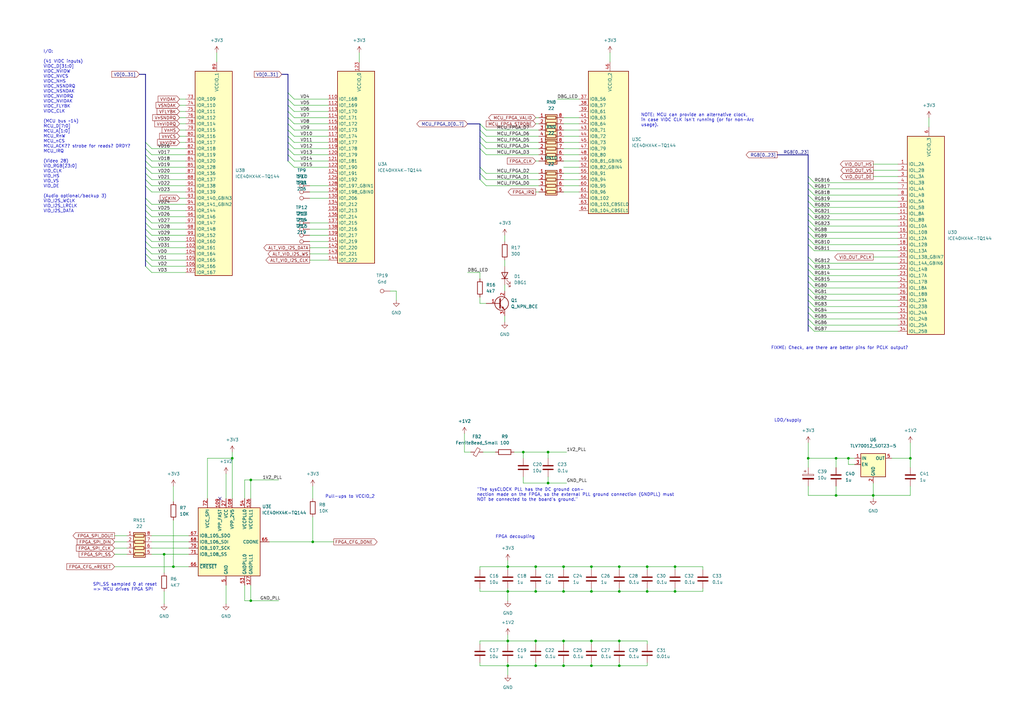
<source format=kicad_sch>
(kicad_sch (version 20211123) (generator eeschema)
  (paper "A3")
  (title_block (title "ArcDVI main board") (date "2022-06-18") (rev "1"))
  (junction (at 254 232.41))
  (junction (at 214.63 185.42))
  (junction (at 219.71 242.57))
  (junction (at 265.43 242.57))
  (junction (at 219.71 232.41))
  (junction (at 373.38 187.96))
  (junction (at 208.28 262.89))
  (junction (at 331.47 187.96))
  (junction (at 265.43 232.41))
  (junction (at 242.57 273.05))
  (junction (at 276.86 232.41))
  (junction (at 254 242.57))
  (junction (at 347.98 187.96))
  (junction (at 254 273.05))
  (junction (at 358.14 203.2))
  (junction (at 208.28 232.41))
  (junction (at 231.14 242.57))
  (junction (at 254 262.89))
  (junction (at 208.28 242.57))
  (junction (at 342.9 203.2))
  (junction (at 231.14 273.05))
  (junction (at 231.14 262.89))
  (junction (at 342.9 187.96))
  (junction (at 224.79 198.12))
  (junction (at 102.87 196.85))
  (junction (at 128.27 222.25))
  (junction (at 242.57 232.41))
  (junction (at 242.57 242.57))
  (junction (at 242.57 262.89))
  (junction (at 67.31 227.33))
  (junction (at 219.71 262.89))
  (junction (at 95.25 187.96))
  (junction (at 71.12 232.41))
  (junction (at 208.28 273.05))
  (junction (at 231.14 232.41))
  (junction (at 224.79 185.42))
  (junction (at 276.86 242.57))
  (junction (at 102.87 246.38))
  (junction (at 219.71 273.05))
  (no_connect (at 90.17 204.47))
  (bus_entry (at 118.11 55.88) (size 2.54 2.54))
  (bus_entry (at 59.69 66.04) (size 2.54 2.54))
  (bus_entry (at 59.69 71.12) (size 2.54 2.54))
  (bus_entry (at 331.47 130.81) (size 2.54 2.54))
  (bus_entry (at 59.69 88.9) (size 2.54 2.54))
  (bus_entry (at 331.47 128.27) (size 2.54 2.54))
  (bus_entry (at 331.47 133.35) (size 2.54 2.54))
  (bus_entry (at 59.69 76.2) (size 2.54 2.54))
  (bus_entry (at 118.11 40.64) (size 2.54 2.54))
  (bus_entry (at 331.47 107.95) (size 2.54 2.54))
  (bus_entry (at 331.47 125.73) (size 2.54 2.54))
  (bus_entry (at 331.47 105.41) (size 2.54 2.54))
  (bus_entry (at 118.11 45.72) (size 2.54 2.54))
  (bus_entry (at 118.11 60.96) (size 2.54 2.54))
  (bus_entry (at 59.69 81.28) (size 2.54 2.54))
  (bus_entry (at 331.47 74.93) (size 2.54 2.54))
  (bus_entry (at 331.47 77.47) (size 2.54 2.54))
  (bus_entry (at 199.39 55.88) (size -2.54 -2.54))
  (bus_entry (at 199.39 60.96) (size -2.54 -2.54))
  (bus_entry (at 199.39 71.12) (size -2.54 -2.54))
  (bus_entry (at 331.47 120.65) (size 2.54 2.54))
  (bus_entry (at 118.11 66.04) (size 2.54 2.54))
  (bus_entry (at 331.47 82.55) (size 2.54 2.54))
  (bus_entry (at 331.47 118.11) (size 2.54 2.54))
  (bus_entry (at 331.47 80.01) (size 2.54 2.54))
  (bus_entry (at 331.47 85.09) (size 2.54 2.54))
  (bus_entry (at 199.39 73.66) (size -2.54 -2.54))
  (bus_entry (at 59.69 73.66) (size 2.54 2.54))
  (bus_entry (at 59.69 96.52) (size 2.54 2.54))
  (bus_entry (at 59.69 106.68) (size 2.54 2.54))
  (bus_entry (at 331.47 100.33) (size 2.54 2.54))
  (bus_entry (at 118.11 53.34) (size 2.54 2.54))
  (bus_entry (at 331.47 115.57) (size 2.54 2.54))
  (bus_entry (at 199.39 76.2) (size -2.54 -2.54))
  (bus_entry (at 118.11 50.8) (size 2.54 2.54))
  (bus_entry (at 331.47 90.17) (size 2.54 2.54))
  (bus_entry (at 59.69 83.82) (size 2.54 2.54))
  (bus_entry (at 118.11 38.1) (size 2.54 2.54))
  (bus_entry (at 331.47 113.03) (size 2.54 2.54))
  (bus_entry (at 118.11 63.5) (size 2.54 2.54))
  (bus_entry (at 59.69 58.42) (size 2.54 2.54))
  (bus_entry (at 331.47 97.79) (size 2.54 2.54))
  (bus_entry (at 199.39 63.5) (size -2.54 -2.54))
  (bus_entry (at 199.39 53.34) (size -2.54 -2.54))
  (bus_entry (at 59.69 60.96) (size 2.54 2.54))
  (bus_entry (at 59.69 93.98) (size 2.54 2.54))
  (bus_entry (at 331.47 95.25) (size 2.54 2.54))
  (bus_entry (at 118.11 48.26) (size 2.54 2.54))
  (bus_entry (at 118.11 58.42) (size 2.54 2.54))
  (bus_entry (at 199.39 58.42) (size -2.54 -2.54))
  (bus_entry (at 59.69 91.44) (size 2.54 2.54))
  (bus_entry (at 331.47 92.71) (size 2.54 2.54))
  (bus_entry (at 331.47 110.49) (size 2.54 2.54))
  (bus_entry (at 59.69 101.6) (size 2.54 2.54))
  (bus_entry (at 59.69 104.14) (size 2.54 2.54))
  (bus_entry (at 331.47 72.39) (size 2.54 2.54))
  (bus_entry (at 59.69 68.58) (size 2.54 2.54))
  (bus_entry (at 331.47 87.63) (size 2.54 2.54))
  (bus_entry (at 118.11 43.18) (size 2.54 2.54))
  (bus_entry (at 59.69 99.06) (size 2.54 2.54))
  (bus_entry (at 59.69 63.5) (size 2.54 2.54))
  (bus_entry (at 59.69 86.36) (size 2.54 2.54))
  (bus_entry (at 59.69 109.22) (size 2.54 2.54))
  (bus_entry (at 331.47 123.19) (size 2.54 2.54))
  (wire (pts (xy 120.65 60.96) (xy 134.62 60.96)))
  (wire (pts (xy 220.98 60.96) (xy 199.39 60.96)))
  (wire (pts (xy 102.87 246.38) (xy 114.3 246.38)))
  (bus (pts (xy 59.69 106.68) (xy 59.69 109.22)))
  (wire (pts (xy 254 232.41) (xy 242.57 232.41)))
  (wire (pts (xy 242.57 273.05) (xy 231.14 273.05)))
  (wire (pts (xy 71.12 213.36) (xy 71.12 232.41)))
  (wire (pts (xy 120.65 45.72) (xy 134.62 45.72)))
  (wire (pts (xy 242.57 241.3) (xy 242.57 242.57)))
  (wire (pts (xy 219.71 50.8) (xy 220.98 50.8)))
  (wire (pts (xy 265.43 262.89) (xy 254 262.89)))
  (wire (pts (xy 334.01 113.03) (xy 368.3 113.03)))
  (wire (pts (xy 231.14 262.89) (xy 219.71 262.89)))
  (wire (pts (xy 214.63 198.12) (xy 224.79 198.12)))
  (wire (pts (xy 62.23 66.04) (xy 76.2 66.04)))
  (bus (pts (xy 196.85 55.88) (xy 196.85 58.42)))
  (bus (pts (xy 118.11 60.96) (xy 118.11 63.5)))
  (wire (pts (xy 208.28 232.41) (xy 219.71 232.41)))
  (bus (pts (xy 59.69 83.82) (xy 59.69 86.36)))
  (bus (pts (xy 59.69 96.52) (xy 59.69 99.06)))
  (bus (pts (xy 118.11 55.88) (xy 118.11 58.42)))
  (wire (pts (xy 254 241.3) (xy 254 242.57)))
  (wire (pts (xy 331.47 187.96) (xy 331.47 191.77)))
  (wire (pts (xy 62.23 93.98) (xy 76.2 93.98)))
  (bus (pts (xy 118.11 53.34) (xy 118.11 55.88)))
  (wire (pts (xy 208.28 264.16) (xy 208.28 262.89)))
  (wire (pts (xy 196.85 271.78) (xy 196.85 273.05)))
  (wire (pts (xy 62.23 71.12) (xy 76.2 71.12)))
  (bus (pts (xy 196.85 50.8) (xy 196.85 53.34)))
  (wire (pts (xy 46.99 227.33) (xy 52.07 227.33)))
  (bus (pts (xy 196.85 53.34) (xy 196.85 55.88)))
  (wire (pts (xy 331.47 203.2) (xy 342.9 203.2)))
  (wire (pts (xy 334.01 107.95) (xy 368.3 107.95)))
  (wire (pts (xy 224.79 198.12) (xy 232.41 198.12)))
  (wire (pts (xy 231.14 66.04) (xy 237.49 66.04)))
  (wire (pts (xy 208.28 273.05) (xy 219.71 273.05)))
  (wire (pts (xy 242.57 262.89) (xy 242.57 264.16)))
  (bus (pts (xy 331.47 113.03) (xy 331.47 115.57)))
  (wire (pts (xy 334.01 135.89) (xy 368.3 135.89)))
  (wire (pts (xy 128.27 212.09) (xy 128.27 222.25)))
  (bus (pts (xy 191.77 50.8) (xy 196.85 50.8)))
  (wire (pts (xy 373.38 199.39) (xy 373.38 203.2)))
  (wire (pts (xy 373.38 187.96) (xy 373.38 181.61)))
  (wire (pts (xy 231.14 241.3) (xy 231.14 242.57)))
  (bus (pts (xy 331.47 72.39) (xy 331.47 74.93)))
  (wire (pts (xy 231.14 232.41) (xy 219.71 232.41)))
  (wire (pts (xy 196.85 241.3) (xy 196.85 242.57)))
  (wire (pts (xy 92.71 194.31) (xy 92.71 204.47)))
  (wire (pts (xy 95.25 185.42) (xy 95.25 187.96)))
  (bus (pts (xy 118.11 38.1) (xy 118.11 40.64)))
  (wire (pts (xy 254 273.05) (xy 242.57 273.05)))
  (wire (pts (xy 358.14 198.12) (xy 358.14 203.2)))
  (wire (pts (xy 110.49 222.25) (xy 128.27 222.25)))
  (wire (pts (xy 214.63 185.42) (xy 214.63 187.96)))
  (wire (pts (xy 120.65 40.64) (xy 134.62 40.64)))
  (wire (pts (xy 92.71 240.03) (xy 92.71 247.65)))
  (wire (pts (xy 128.27 199.39) (xy 128.27 204.47)))
  (wire (pts (xy 334.01 77.47) (xy 368.3 77.47)))
  (wire (pts (xy 219.71 241.3) (xy 219.71 242.57)))
  (wire (pts (xy 231.14 78.74) (xy 237.49 78.74)))
  (wire (pts (xy 196.85 124.46) (xy 199.39 124.46)))
  (wire (pts (xy 254 242.57) (xy 242.57 242.57)))
  (wire (pts (xy 62.23 86.36) (xy 76.2 86.36)))
  (wire (pts (xy 208.28 262.89) (xy 219.71 262.89)))
  (wire (pts (xy 73.66 40.64) (xy 76.2 40.64)))
  (bus (pts (xy 331.47 97.79) (xy 331.47 100.33)))
  (wire (pts (xy 62.23 109.22) (xy 76.2 109.22)))
  (bus (pts (xy 118.11 45.72) (xy 118.11 48.26)))
  (wire (pts (xy 62.23 219.71) (xy 77.47 219.71)))
  (bus (pts (xy 59.69 58.42) (xy 59.69 60.96)))
  (wire (pts (xy 196.85 264.16) (xy 196.85 262.89)))
  (bus (pts (xy 331.47 133.35) (xy 331.47 135.89)))
  (wire (pts (xy 342.9 199.39) (xy 342.9 203.2)))
  (wire (pts (xy 220.98 63.5) (xy 199.39 63.5)))
  (wire (pts (xy 276.86 232.41) (xy 265.43 232.41)))
  (wire (pts (xy 224.79 195.58) (xy 224.79 198.12)))
  (wire (pts (xy 196.85 232.41) (xy 208.28 232.41)))
  (wire (pts (xy 342.9 187.96) (xy 331.47 187.96)))
  (wire (pts (xy 334.01 128.27) (xy 368.3 128.27)))
  (wire (pts (xy 224.79 185.42) (xy 224.79 187.96)))
  (wire (pts (xy 231.14 53.34) (xy 237.49 53.34)))
  (wire (pts (xy 342.9 187.96) (xy 347.98 187.96)))
  (wire (pts (xy 46.99 219.71) (xy 52.07 219.71)))
  (wire (pts (xy 358.14 105.41) (xy 368.3 105.41)))
  (wire (pts (xy 231.14 232.41) (xy 231.14 233.68)))
  (wire (pts (xy 231.14 271.78) (xy 231.14 273.05)))
  (wire (pts (xy 120.65 48.26) (xy 134.62 48.26)))
  (bus (pts (xy 331.47 107.95) (xy 331.47 110.49)))
  (wire (pts (xy 242.57 232.41) (xy 242.57 233.68)))
  (wire (pts (xy 358.14 67.31) (xy 368.3 67.31)))
  (bus (pts (xy 59.69 101.6) (xy 59.69 104.14)))
  (wire (pts (xy 231.14 58.42) (xy 237.49 58.42)))
  (bus (pts (xy 331.47 100.33) (xy 331.47 105.41)))
  (wire (pts (xy 62.23 101.6) (xy 76.2 101.6)))
  (bus (pts (xy 118.11 40.64) (xy 118.11 43.18)))
  (bus (pts (xy 331.47 92.71) (xy 331.47 95.25)))
  (wire (pts (xy 350.52 190.5) (xy 347.98 190.5)))
  (wire (pts (xy 127 81.28) (xy 134.62 81.28)))
  (wire (pts (xy 199.39 76.2) (xy 220.98 76.2)))
  (bus (pts (xy 331.47 125.73) (xy 331.47 128.27)))
  (wire (pts (xy 334.01 74.93) (xy 368.3 74.93)))
  (wire (pts (xy 334.01 115.57) (xy 368.3 115.57)))
  (bus (pts (xy 331.47 87.63) (xy 331.47 90.17)))
  (wire (pts (xy 208.28 260.35) (xy 208.28 262.89)))
  (wire (pts (xy 162.56 119.38) (xy 162.56 123.19)))
  (wire (pts (xy 120.65 55.88) (xy 134.62 55.88)))
  (wire (pts (xy 381 48.26) (xy 381 52.07)))
  (wire (pts (xy 254 232.41) (xy 254 233.68)))
  (wire (pts (xy 100.33 196.85) (xy 102.87 196.85)))
  (wire (pts (xy 73.66 45.72) (xy 76.2 45.72)))
  (bus (pts (xy 331.47 74.93) (xy 331.47 77.47)))
  (wire (pts (xy 62.23 222.25) (xy 77.47 222.25)))
  (wire (pts (xy 128.27 222.25) (xy 136.906 222.25)))
  (wire (pts (xy 265.43 232.41) (xy 265.43 233.68)))
  (wire (pts (xy 100.33 246.38) (xy 102.87 246.38)))
  (bus (pts (xy 59.69 68.58) (xy 59.69 71.12)))
  (wire (pts (xy 331.47 199.39) (xy 331.47 203.2)))
  (wire (pts (xy 334.01 120.65) (xy 368.3 120.65)))
  (wire (pts (xy 254 271.78) (xy 254 273.05)))
  (bus (pts (xy 59.69 81.28) (xy 59.69 83.82)))
  (wire (pts (xy 207.01 116.84) (xy 207.01 119.38)))
  (wire (pts (xy 67.31 242.57) (xy 67.31 247.65)))
  (wire (pts (xy 219.71 66.04) (xy 220.98 66.04)))
  (wire (pts (xy 276.86 242.57) (xy 288.29 242.57)))
  (wire (pts (xy 147.32 21.59) (xy 147.32 25.4)))
  (bus (pts (xy 59.69 60.96) (xy 59.69 63.5)))
  (bus (pts (xy 331.47 85.09) (xy 331.47 87.63)))
  (wire (pts (xy 208.28 241.3) (xy 208.28 242.57)))
  (wire (pts (xy 127 96.52) (xy 134.62 96.52)))
  (wire (pts (xy 265.43 241.3) (xy 265.43 242.57)))
  (wire (pts (xy 342.9 187.96) (xy 342.9 191.77)))
  (wire (pts (xy 193.04 185.42) (xy 190.5 185.42)))
  (wire (pts (xy 220.98 58.42) (xy 199.39 58.42)))
  (wire (pts (xy 231.14 242.57) (xy 219.71 242.57)))
  (wire (pts (xy 127 101.6) (xy 134.62 101.6)))
  (bus (pts (xy 59.69 91.44) (xy 59.69 93.98)))
  (wire (pts (xy 219.71 78.74) (xy 220.98 78.74)))
  (bus (pts (xy 118.11 43.18) (xy 118.11 45.72)))
  (wire (pts (xy 373.38 187.96) (xy 373.38 191.77)))
  (wire (pts (xy 120.65 58.42) (xy 134.62 58.42)))
  (wire (pts (xy 231.14 48.26) (xy 237.49 48.26)))
  (bus (pts (xy 196.85 60.96) (xy 196.85 68.58)))
  (wire (pts (xy 242.57 232.41) (xy 231.14 232.41)))
  (wire (pts (xy 276.86 242.57) (xy 265.43 242.57)))
  (wire (pts (xy 62.23 78.74) (xy 76.2 78.74)))
  (wire (pts (xy 265.43 271.78) (xy 265.43 273.05)))
  (bus (pts (xy 331.47 90.17) (xy 331.47 92.71)))
  (bus (pts (xy 59.69 88.9) (xy 59.69 91.44)))
  (wire (pts (xy 342.9 203.2) (xy 358.14 203.2)))
  (wire (pts (xy 208.28 271.78) (xy 208.28 273.05)))
  (wire (pts (xy 46.99 232.41) (xy 71.12 232.41)))
  (wire (pts (xy 62.23 111.76) (xy 76.2 111.76)))
  (wire (pts (xy 219.71 262.89) (xy 219.71 264.16)))
  (wire (pts (xy 334.01 80.01) (xy 368.3 80.01)))
  (wire (pts (xy 231.14 71.12) (xy 237.49 71.12)))
  (wire (pts (xy 62.23 63.5) (xy 76.2 63.5)))
  (wire (pts (xy 276.86 233.68) (xy 276.86 232.41)))
  (wire (pts (xy 334.01 97.79) (xy 368.3 97.79)))
  (wire (pts (xy 88.9 21.59) (xy 88.9 25.4)))
  (wire (pts (xy 127 91.44) (xy 134.62 91.44)))
  (wire (pts (xy 358.14 69.85) (xy 368.3 69.85)))
  (wire (pts (xy 62.23 91.44) (xy 76.2 91.44)))
  (wire (pts (xy 334.01 92.71) (xy 368.3 92.71)))
  (wire (pts (xy 73.66 43.18) (xy 76.2 43.18)))
  (bus (pts (xy 59.69 73.66) (xy 59.69 76.2)))
  (wire (pts (xy 231.14 63.5) (xy 237.49 63.5)))
  (bus (pts (xy 331.47 118.11) (xy 331.47 120.65)))
  (wire (pts (xy 73.66 58.42) (xy 76.2 58.42)))
  (wire (pts (xy 254 262.89) (xy 242.57 262.89)))
  (bus (pts (xy 118.11 58.42) (xy 118.11 60.96)))
  (wire (pts (xy 196.85 233.68) (xy 196.85 232.41)))
  (wire (pts (xy 102.87 196.85) (xy 114.3 196.85)))
  (wire (pts (xy 46.99 224.79) (xy 52.07 224.79)))
  (wire (pts (xy 73.66 50.8) (xy 76.2 50.8)))
  (bus (pts (xy 318.77 63.5) (xy 331.47 63.5)))
  (wire (pts (xy 71.12 199.39) (xy 71.12 205.74)))
  (wire (pts (xy 228.6 40.64) (xy 237.49 40.64)))
  (bus (pts (xy 57.15 30.48) (xy 59.69 30.48)))
  (wire (pts (xy 231.14 60.96) (xy 237.49 60.96)))
  (wire (pts (xy 207.01 96.52) (xy 207.01 99.06)))
  (wire (pts (xy 334.01 100.33) (xy 368.3 100.33)))
  (wire (pts (xy 73.66 81.28) (xy 76.2 81.28)))
  (wire (pts (xy 208.28 242.57) (xy 219.71 242.57)))
  (wire (pts (xy 358.14 72.39) (xy 368.3 72.39)))
  (wire (pts (xy 73.66 55.88) (xy 76.2 55.88)))
  (wire (pts (xy 95.25 187.96) (xy 95.25 204.47)))
  (wire (pts (xy 67.31 227.33) (xy 77.47 227.33)))
  (wire (pts (xy 219.71 271.78) (xy 219.71 273.05)))
  (wire (pts (xy 250.19 21.59) (xy 250.19 25.4)))
  (bus (pts (xy 331.47 105.41) (xy 331.47 107.95)))
  (wire (pts (xy 231.14 50.8) (xy 237.49 50.8)))
  (wire (pts (xy 265.43 242.57) (xy 254 242.57)))
  (bus (pts (xy 59.69 104.14) (xy 59.69 106.68)))
  (bus (pts (xy 59.69 30.48) (xy 59.69 58.42)))
  (wire (pts (xy 214.63 195.58) (xy 214.63 198.12)))
  (wire (pts (xy 127 104.14) (xy 134.62 104.14)))
  (wire (pts (xy 265.43 232.41) (xy 254 232.41)))
  (wire (pts (xy 334.01 130.81) (xy 368.3 130.81)))
  (wire (pts (xy 219.71 48.26) (xy 220.98 48.26)))
  (bus (pts (xy 331.47 123.19) (xy 331.47 125.73)))
  (wire (pts (xy 231.14 73.66) (xy 237.49 73.66)))
  (wire (pts (xy 160.02 119.38) (xy 162.56 119.38)))
  (bus (pts (xy 331.47 80.01) (xy 331.47 82.55)))
  (bus (pts (xy 59.69 76.2) (xy 59.69 81.28)))
  (wire (pts (xy 288.29 241.3) (xy 288.29 242.57)))
  (wire (pts (xy 347.98 187.96) (xy 350.52 187.96)))
  (wire (pts (xy 120.65 66.04) (xy 134.62 66.04)))
  (wire (pts (xy 365.76 187.96) (xy 373.38 187.96)))
  (wire (pts (xy 334.01 102.87) (xy 368.3 102.87)))
  (wire (pts (xy 334.01 87.63) (xy 368.3 87.63)))
  (wire (pts (xy 208.28 242.57) (xy 208.28 246.38)))
  (wire (pts (xy 102.87 196.85) (xy 102.87 204.47)))
  (wire (pts (xy 120.65 53.34) (xy 134.62 53.34)))
  (wire (pts (xy 288.29 233.68) (xy 288.29 232.41)))
  (wire (pts (xy 334.01 82.55) (xy 368.3 82.55)))
  (wire (pts (xy 190.5 185.42) (xy 190.5 177.8)))
  (wire (pts (xy 334.01 118.11) (xy 368.3 118.11)))
  (wire (pts (xy 334.01 133.35) (xy 368.3 133.35)))
  (wire (pts (xy 198.12 185.42) (xy 203.2 185.42)))
  (wire (pts (xy 127 93.98) (xy 134.62 93.98)))
  (wire (pts (xy 199.39 73.66) (xy 220.98 73.66)))
  (wire (pts (xy 120.65 68.58) (xy 134.62 68.58)))
  (bus (pts (xy 196.85 68.58) (xy 196.85 71.12)))
  (wire (pts (xy 207.01 132.08) (xy 207.01 129.54)))
  (bus (pts (xy 331.47 82.55) (xy 331.47 85.09)))
  (wire (pts (xy 62.23 68.58) (xy 76.2 68.58)))
  (bus (pts (xy 331.47 128.27) (xy 331.47 130.81)))
  (wire (pts (xy 196.85 242.57) (xy 208.28 242.57)))
  (wire (pts (xy 85.09 204.47) (xy 85.09 187.96)))
  (wire (pts (xy 127 78.74) (xy 134.62 78.74)))
  (wire (pts (xy 191.77 111.76) (xy 196.85 111.76)))
  (wire (pts (xy 208.28 233.68) (xy 208.28 232.41)))
  (wire (pts (xy 207.01 106.68) (xy 207.01 109.22)))
  (bus (pts (xy 196.85 58.42) (xy 196.85 60.96)))
  (wire (pts (xy 62.23 224.79) (xy 77.47 224.79)))
  (bus (pts (xy 59.69 66.04) (xy 59.69 68.58)))
  (wire (pts (xy 276.86 232.41) (xy 288.29 232.41)))
  (wire (pts (xy 231.14 76.2) (xy 237.49 76.2)))
  (wire (pts (xy 334.01 123.19) (xy 368.3 123.19)))
  (bus (pts (xy 331.47 63.5) (xy 331.47 72.39)))
  (bus (pts (xy 59.69 63.5) (xy 59.69 66.04)))
  (wire (pts (xy 120.65 50.8) (xy 134.62 50.8)))
  (wire (pts (xy 219.71 232.41) (xy 219.71 233.68)))
  (wire (pts (xy 231.14 273.05) (xy 219.71 273.05)))
  (wire (pts (xy 210.82 185.42) (xy 214.63 185.42)))
  (bus (pts (xy 59.69 71.12) (xy 59.69 73.66)))
  (wire (pts (xy 62.23 106.68) (xy 76.2 106.68)))
  (wire (pts (xy 62.23 96.52) (xy 76.2 96.52)))
  (wire (pts (xy 347.98 190.5) (xy 347.98 187.96)))
  (wire (pts (xy 67.31 227.33) (xy 67.31 234.95)))
  (wire (pts (xy 100.33 240.03) (xy 100.33 246.38)))
  (bus (pts (xy 59.69 99.06) (xy 59.69 101.6)))
  (wire (pts (xy 127 76.2) (xy 134.62 76.2)))
  (wire (pts (xy 196.85 273.05) (xy 208.28 273.05)))
  (wire (pts (xy 62.23 76.2) (xy 76.2 76.2)))
  (bus (pts (xy 118.11 48.26) (xy 118.11 50.8)))
  (wire (pts (xy 62.23 73.66) (xy 76.2 73.66)))
  (wire (pts (xy 62.23 99.06) (xy 76.2 99.06)))
  (wire (pts (xy 242.57 262.89) (xy 231.14 262.89)))
  (bus (pts (xy 331.47 77.47) (xy 331.47 80.01)))
  (wire (pts (xy 120.65 63.5) (xy 134.62 63.5)))
  (wire (pts (xy 331.47 187.96) (xy 331.47 181.61)))
  (wire (pts (xy 199.39 71.12) (xy 220.98 71.12)))
  (wire (pts (xy 276.86 241.3) (xy 276.86 242.57)))
  (wire (pts (xy 214.63 185.42) (xy 224.79 185.42)))
  (wire (pts (xy 334.01 110.49) (xy 368.3 110.49)))
  (wire (pts (xy 265.43 262.89) (xy 265.43 264.16)))
  (wire (pts (xy 85.09 187.96) (xy 95.25 187.96)))
  (wire (pts (xy 120.65 43.18) (xy 134.62 43.18)))
  (wire (pts (xy 100.33 204.47) (xy 100.33 196.85)))
  (wire (pts (xy 196.85 114.3) (xy 196.85 111.76)))
  (bus (pts (xy 331.47 110.49) (xy 331.47 113.03)))
  (wire (pts (xy 358.14 203.2) (xy 358.14 204.47)))
  (bus (pts (xy 331.47 120.65) (xy 331.47 123.19)))
  (wire (pts (xy 62.23 227.33) (xy 67.31 227.33)))
  (wire (pts (xy 358.14 203.2) (xy 373.38 203.2)))
  (wire (pts (xy 231.14 55.88) (xy 237.49 55.88)))
  (wire (pts (xy 62.23 88.9) (xy 76.2 88.9)))
  (wire (pts (xy 220.98 55.88) (xy 199.39 55.88)))
  (wire (pts (xy 334.01 125.73) (xy 368.3 125.73)))
  (wire (pts (xy 265.43 273.05) (xy 254 273.05)))
  (wire (pts (xy 196.85 121.92) (xy 196.85 124.46)))
  (wire (pts (xy 224.79 185.42) (xy 232.41 185.42)))
  (wire (pts (xy 334.01 95.25) (xy 368.3 95.25)))
  (wire (pts (xy 334.01 85.09) (xy 368.3 85.09)))
  (wire (pts (xy 46.99 222.25) (xy 52.07 222.25)))
  (wire (pts (xy 254 262.89) (xy 254 264.16)))
  (wire (pts (xy 73.66 53.34) (xy 76.2 53.34)))
  (wire (pts (xy 231.14 262.89) (xy 231.14 264.16)))
  (wire (pts (xy 242.57 242.57) (xy 231.14 242.57)))
  (bus (pts (xy 118.11 30.48) (xy 118.11 38.1)))
  (bus (pts (xy 115.57 30.48) (xy 118.11 30.48)))
  (bus (pts (xy 118.11 63.5) (xy 118.11 66.04)))
  (bus (pts (xy 331.47 115.57) (xy 331.47 118.11)))
  (bus (pts (xy 59.69 86.36) (xy 59.69 88.9)))
  (wire (pts (xy 127 106.68) (xy 134.62 106.68)))
  (wire (pts (xy 127 99.06) (xy 134.62 99.06)))
  (wire (pts (xy 242.57 271.78) (xy 242.57 273.05)))
  (bus (pts (xy 331.47 130.81) (xy 331.47 133.35)))
  (wire (pts (xy 208.28 229.87) (xy 208.28 232.41)))
  (wire (pts (xy 71.12 232.41) (xy 77.47 232.41)))
  (wire (pts (xy 62.23 104.14) (xy 76.2 104.14)))
  (wire (pts (xy 73.66 48.26) (xy 76.2 48.26)))
  (bus (pts (xy 331.47 95.25) (xy 331.47 97.79)))
  (bus (pts (xy 196.85 71.12) (xy 196.85 73.66)))
  (wire (pts (xy 334.01 90.17) (xy 368.3 90.17)))
  (wire (pts (xy 196.85 262.89) (xy 208.28 262.89)))
  (bus (pts (xy 118.11 50.8) (xy 118.11 53.34)))
  (wire (pts (xy 220.98 53.34) (xy 199.39 53.34)))
  (wire (pts (xy 102.87 240.03) (xy 102.87 246.38)))
  (wire (pts (xy 62.23 83.82) (xy 76.2 83.82)))
  (wire (pts (xy 208.28 273.05) (xy 208.28 276.86)))
  (wire (pts (xy 231.14 68.58) (xy 237.49 68.58)))
  (bus (pts (xy 59.69 93.98) (xy 59.69 96.52)))
  (wire (pts (xy 62.23 60.96) (xy 76.2 60.96)))
  (text "Pull-ups to VCCIO_2\n" (at 133.35 204.47 0) (effects (font (size 1.27 1.27)) (justify left bottom)))
  (text "SPI_SS sampled 0 at reset\n=> MCU drives FPGA SPI\n" (at 38.1 242.57 0) (effects (font (size 1.27 1.27)) (justify left bottom)))
  (text "FIXME: Check, are there are better pins for PCLK output?" (at 316.23 143.51 0) (effects (font (size 1.27 1.27)) (justify left bottom)))
  (text "LDO/supply\n\n" (at 317.5 175.26 0) (effects (font (size 1.27 1.27)) (justify left bottom)))
  (text "\"The sysCLOCK PLL has the DC ground con-\nnection made on the FPGA, so the external PLL ground connection (GNDPLL) must\nNOT be connected to the board's ground.\"" (at 195.58 205.74 0) (effects (font (size 1.27 1.27)) (justify left bottom)))
  (text "FPGA decoupling\n" (at 203.2 220.98 0) (effects (font (size 1.27 1.27)) (justify left bottom)))
  (text "I/O:\n\n(41 VIDC inputs)\nVIDC_D[31:0]\nVIDC_NVIDW\nVIDC_NVCS\nVIDC_NHS\nVIDC_NSNDRQ\nVIDC_NSNDAK\nVIDC_NVIDRQ\nVIDC_NVIDAK\nVIDC_FLYBK\nVIDC_CLK\n\n(MCU bus ~14)\nMCU_D[7:0]\nMCU_A[1:0]\nMCU_RnW\nMCU_nCS\nMCU_ACK?? strobe for reads? DRDY?\nMCU_IRQ\n\n(Video 28)\nVID_RGB[23:0]\nVID_CLK\nVID_HS\nVID_VS\nVID_DE\n\n(Audio optional/backup 3)\nVID_I2S_WCLK\nVID_I2S_LRCLK\nVID_I2S_DATA\n" (at 17.78 87.376 0) (effects (font (size 1.27 1.27)) (justify left bottom)))
  (text "NOTE: MCU can provide an alternative clock,\nin case VIDC CLK isn't running (or for non-Arc\nusage)." (at 262.89 52.07 0) (effects (font (size 1.27 1.27)) (justify left bottom)))
  (label "VD29" (at 64.77 96.52 0))
  (label "1V2_PLL" (at 232.41 185.42 0))
  (label "RGB14" (at 334.01 113.03 0))
  (label "RGB5" (at 334.01 130.81 0))
  (label "DBG_LED" (at 191.77 111.76 0))
  (label "RGB12" (at 334.01 107.95 0))
  (label "VD19" (at 64.77 68.58 0))
  (label "RGB11" (at 334.01 102.87 0))
  (label "VD7" (at 123.19 48.26 0))
  (label "RGB1" (at 334.01 120.65 0))
  (label "GND_PLL" (at 106.68 246.38 0))
  (label "RGB0" (at 334.01 118.11 0))
  (label "RGB22" (at 334.01 90.17 0))
  (label "VD28" (at 64.77 93.98 0))
  (label "RGB8" (at 334.01 95.25 0))
  (label "MCU_FPGA_D1" (at 217.17 73.66 180))
  (label "MCU_FPGA_D7" (at 217.17 53.34 180))
  (label "GND_PLL" (at 232.41 198.12 0))
  (label "MCU_FPGA_D6" (at 217.17 55.88 180))
  (label "VD6" (at 123.19 45.72 0))
  (label "VD27" (at 64.77 91.44 0))
  (label "VD2" (at 64.77 109.22 0))
  (label "RGB3" (at 334.01 125.73 0))
  (label "RGB16" (at 334.01 74.93 0))
  (label "VD12" (at 123.19 60.96 0))
  (label "RGB[0..23]" (at 321.31 63.5 0))
  (label "VD0" (at 64.77 104.14 0))
  (label "RGB4" (at 334.01 128.27 0))
  (label "VD4" (at 123.19 40.64 0))
  (label "MCU_FPGA_D2" (at 217.17 71.12 180))
  (label "RGB6" (at 334.01 133.35 0))
  (label "VD11" (at 123.19 58.42 0))
  (label "RGB19" (at 334.01 82.55 0))
  (label "VD31" (at 64.77 101.6 0))
  (label "RGB23" (at 334.01 92.71 0))
  (label "RGB13" (at 334.01 110.49 0))
  (label "MCU_FPGA_D0" (at 217.17 76.2 180))
  (label "VD13" (at 123.19 63.5 0))
  (label "RGB10" (at 334.01 100.33 0))
  (label "VD20" (at 64.77 71.12 0))
  (label "MCU_FPGA_D4" (at 217.17 60.96 180))
  (label "VD10" (at 123.19 55.88 0))
  (label "VD26" (at 64.77 88.9 0))
  (label "VD8" (at 123.19 50.8 0))
  (label "VD16" (at 64.77 60.96 0))
  (label "VD21" (at 64.77 73.66 0))
  (label "VD18" (at 64.77 66.04 0))
  (label "RGB7" (at 334.01 135.89 0))
  (label "MCU_FPGA_D5" (at 217.17 58.42 180))
  (label "RGB20" (at 334.01 85.09 0))
  (label "MCU_FPGA_D3" (at 217.17 63.5 180))
  (label "RGB9" (at 334.01 97.79 0))
  (label "VD5" (at 123.19 43.18 0))
  (label "VD15" (at 123.19 68.58 0))
  (label "VD30" (at 64.77 99.06 0))
  (label "RGB2" (at 334.01 123.19 0))
  (label "DBG_LED" (at 228.6 40.64 0))
  (label "VD14" (at 123.19 66.04 0))
  (label "VD23" (at 64.77 78.74 0))
  (label "VD17" (at 64.77 63.5 0))
  (label "RGB18" (at 334.01 80.01 0))
  (label "VD25" (at 64.77 86.36 0))
  (label "VD22" (at 64.77 76.2 0))
  (label "VD1" (at 64.77 106.68 0))
  (label "RGB15" (at 334.01 115.57 0))
  (label "VD3" (at 64.77 111.76 0))
  (label "RGB17" (at 334.01 77.47 0))
  (label "VD9" (at 123.19 53.34 0))
  (label "1V2_PLL" (at 107.696 196.85 0))
  (label "VD24" (at 64.77 83.82 0))
  (label "RGB21" (at 334.01 87.63 0))
  (global_label "MCU_FPGA_VALID" (shape bidirectional) (at 219.71 48.26 180) (property "Intersheet References" "${INTERSHEET_REFS}" (effects hide)))
  (global_label "FPGA_SPI_DIN" (shape input) (at 46.99 222.25 180) (property "Intersheet References" "${INTERSHEET_REFS}" (effects hide)))
  (global_label "FPGA_CLK" (shape input) (at 219.71 66.04 180) (property "Intersheet References" "${INTERSHEET_REFS}" (effects hide)))
  (global_label "VnVIDW" (shape input) (at 73.66 58.42 180) (property "Intersheet References" "${INTERSHEET_REFS}" (effects hide)))
  (global_label "ALT_VID_I2S_DATA" (shape output) (at 127 101.6 180) (property "Intersheet References" "${INTERSHEET_REFS}" (effects hide)))
  (global_label "FPGA_IRQ" (shape output) (at 219.71 78.74 180) (property "Intersheet References" "${INTERSHEET_REFS}" (effects hide)))
  (global_label "VD[0..31]" (shape input) (at 57.15 30.48 180) (property "Intersheet References" "${INTERSHEET_REFS}" (effects hide)))
  (global_label "VnVIDRQ" (shape input) (at 73.66 50.8 180) (property "Intersheet References" "${INTERSHEET_REFS}" (effects hide)))
  (global_label "VFLYBK" (shape input) (at 73.66 45.72 180) (property "Intersheet References" "${INTERSHEET_REFS}" (effects hide)))
  (global_label "RGB[0..23]" (shape output) (at 318.77 63.5 180) (property "Intersheet References" "${INTERSHEET_REFS}" (effects hide)))
  (global_label "VID_OUT_HS" (shape output) (at 358.14 67.31 180) (property "Intersheet References" "${INTERSHEET_REFS}" (effects hide)))
  (global_label "VD[0..31]" (shape input) (at 115.57 30.48 180) (property "Intersheet References" "${INTERSHEET_REFS}" (effects hide)))
  (global_label "VnVCS" (shape input) (at 73.66 55.88 180) (property "Intersheet References" "${INTERSHEET_REFS}" (effects hide)))
  (global_label "FPGA_CFG_DONE" (shape output) (at 136.906 222.25 0) (property "Intersheet References" "${INTERSHEET_REFS}" (effects hide)))
  (global_label "ALT_VID_I2S_CLK" (shape output) (at 127 106.68 180) (property "Intersheet References" "${INTERSHEET_REFS}" (effects hide)))
  (global_label "VVIDAK" (shape input) (at 73.66 40.64 180) (property "Intersheet References" "${INTERSHEET_REFS}" (effects hide)))
  (global_label "VSNDAK" (shape input) (at 73.66 43.18 180) (property "Intersheet References" "${INTERSHEET_REFS}" (effects hide)))
  (global_label "FPGA_SPI_DOUT" (shape output) (at 46.99 219.71 180) (property "Intersheet References" "${INTERSHEET_REFS}" (effects hide)))
  (global_label "ALT_VID_I2S_WS" (shape output) (at 127 104.14 180) (property "Intersheet References" "${INTERSHEET_REFS}" (effects hide)))
  (global_label "VnSNDRQ" (shape input) (at 73.66 48.26 180) (property "Intersheet References" "${INTERSHEET_REFS}" (effects hide)))
  (global_label "VnHS" (shape input) (at 73.66 53.34 180) (property "Intersheet References" "${INTERSHEET_REFS}" (effects hide)))
  (global_label "FPGA_SPI_SS" (shape input) (at 46.99 227.33 180) (property "Intersheet References" "${INTERSHEET_REFS}" (effects hide)))
  (global_label "VID_OUT_PCLK" (shape output) (at 358.14 105.41 180) (property "Intersheet References" "${INTERSHEET_REFS}" (effects hide)))
  (global_label "VCKIN" (shape input) (at 73.66 81.28 180) (property "Intersheet References" "${INTERSHEET_REFS}" (effects hide)))
  (global_label "VID_OUT_DE" (shape output) (at 358.14 72.39 180) (property "Intersheet References" "${INTERSHEET_REFS}" (effects hide)))
  (global_label "MCU_FPGA_STROBE" (shape input) (at 219.71 50.8 180) (property "Intersheet References" "${INTERSHEET_REFS}" (effects hide)))
  (global_label "FPGA_SPI_CLK" (shape input) (at 46.99 224.79 180) (property "Intersheet References" "${INTERSHEET_REFS}" (effects hide)))
  (global_label "FPGA_CFG_nRESET" (shape input) (at 46.99 232.41 180) (property "Intersheet References" "${INTERSHEET_REFS}" (effects hide)))
  (global_label "MCU_FPGA_D[0..7]" (shape bidirectional) (at 191.77 50.8 180) (property "Intersheet References" "${INTERSHEET_REFS}" (effects hide)))
  (global_label "VID_OUT_VS" (shape output) (at 358.14 69.85 180) (property "Intersheet References" "${INTERSHEET_REFS}" (effects hide)))
  (symbol (lib_id "power:+3.3V") (at 71.12 199.39 0) (unit 1)
    (property "Reference" "#PWR017" (effects hide))
    (property "Value" "+3.3V" (at 71.12 194.31 0))
  )
  (symbol (lib_id "power:GND") (at 358.14 204.47 0) (unit 1)
    (property "Reference" "#PWR038" (effects hide))
    (property "Value" "GND" (at 358.14 209.55 0))
  )
  (symbol (lib_id "FPGA_Lattice:ICE40HX4K-TQ144") (at 250.19 60.96 0) (unit 3)
    (property "Reference" "U3" (at 259.08 57.1499 0) (effects (justify left)))
    (property "Value" "ICE40HX4K-TQ144" (at 259.08 59.6899 0) (effects (justify left)))
    (property "Footprint" "Package_QFP:TQFP-144_20x20mm_P0.5mm" (effects hide))
    (property "Datasheet" "http://www.latticesemi.com/Products/FPGAandCPLD/iCE40" (effects hide))
  )
  (symbol (lib_id "Device:R") (at 67.31 238.76 0) (unit 1)
    (property "Reference" "R6" (at 69.85 237.4899 0) (effects (justify left)))
    (property "Value" "4K7" (at 69.85 240.0299 0) (effects (justify left)))
    (property "Footprint" "Resistor_SMD:R_0603_1608Metric" (effects hide))
  )
  (symbol (lib_id "Device:R_Pack04") (at 57.15 224.79 270) (unit 1)
    (property "Reference" "RN11" (at 57.15 213.36 90))
    (property "Value" "22" (at 57.15 215.9 90))
    (property "Footprint" "Resistor_SMD:R_Array_Convex_4x0603" (effects hide))
  )
  (symbol (lib_id "power:+3.3V") (at 381 48.26 0) (unit 1)
    (property "Reference" "#PWR030" (effects hide))
    (property "Value" "+3.3V" (at 381 43.18 0))
  )
  (symbol (lib_id "Device:C") (at 288.29 237.49 0) (unit 1)
    (property "Reference" "C33" (at 292.1 236.2199 0) (effects (justify left)))
    (property "Value" "0.1u" (at 292.1 238.7599 0) (effects (justify left)))
    (property "Footprint" "Capacitor_SMD:C_0603_1608Metric" (effects hide))
  )
  (symbol (lib_id "power:+1V2") (at 208.28 260.35 0) (unit 1)
    (property "Reference" "#PWR028" (effects hide))
    (property "Value" "+1V2" (at 208.28 255.27 0))
  )
  (symbol (lib_id "power:GND") (at 208.28 246.38 0) (unit 1)
    (property "Reference" "#PWR027" (effects hide))
    (property "Value" "GND" (at 208.28 251.46 0))
  )
  (symbol (lib_id "Device:R") (at 71.12 209.55 0) (unit 1)
    (property "Reference" "R7" (at 73.66 208.2799 0) (effects (justify left)))
    (property "Value" "10K" (at 73.66 210.8199 0) (effects (justify left)))
    (property "Footprint" "Resistor_SMD:R_0603_1608Metric" (effects hide))
  )
  (symbol (lib_id "Device:R") (at 207.01 102.87 0) (unit 1)
    (property "Reference" "R17" (at 209.55 101.5999 0) (effects (justify left)))
    (property "Value" "300" (at 209.55 104.1399 0) (effects (justify left)))
    (property "Footprint" "Resistor_SMD:R_0603_1608Metric" (effects hide))
  )
  (symbol (lib_id "Device:C") (at 231.14 237.49 0) (unit 1)
    (property "Reference" "C24" (at 234.95 236.2199 0) (effects (justify left)))
    (property "Value" "1u" (at 234.95 238.7599 0) (effects (justify left)))
    (property "Footprint" "Capacitor_SMD:C_0603_1608Metric" (effects hide))
  )
  (symbol (lib_id "power:+3.3V") (at 95.25 185.42 0) (unit 1)
    (property "Reference" "#PWR021" (effects hide))
    (property "Value" "+3.3V" (at 95.25 180.34 0))
  )
  (symbol (lib_id "Device:LED") (at 207.01 113.03 90) (unit 1)
    (property "Reference" "D1" (at 210.82 113.3474 90) (effects (justify right)))
    (property "Value" "DBG1" (at 210.82 115.8874 90) (effects (justify right)))
    (property "Footprint" "LED_SMD:LED_0805_2012Metric" (effects hide))
  )
  (symbol (lib_id "Device:R_Pack04") (at 226.06 53.34 270) (unit 1)
    (property "Reference" "RN8" (at 226.06 41.91 90))
    (property "Value" "22" (at 226.06 44.45 90))
    (property "Footprint" "Resistor_SMD:R_Array_Convex_4x0603" (effects hide))
  )
  (symbol (lib_id "Device:C") (at 254 237.49 0) (unit 1)
    (property "Reference" "C28" (at 257.81 236.2199 0) (effects (justify left)))
    (property "Value" "0.1u" (at 257.81 238.7599 0) (effects (justify left)))
    (property "Footprint" "Capacitor_SMD:C_0603_1608Metric" (effects hide))
  )
  (symbol (lib_id "FPGA_Lattice:ICE40HX4K-TQ144") (at 88.9 73.66 0) (unit 2)
    (property "Reference" "U3" (at 96.52 69.8499 0) (effects (justify left)))
    (property "Value" "ICE40HX4K-TQ144" (at 96.52 72.3899 0) (effects (justify left)))
    (property "Footprint" "Package_QFP:TQFP-144_20x20mm_P0.5mm" (effects hide))
    (property "Datasheet" "http://www.latticesemi.com/Products/FPGAandCPLD/iCE40" (effects hide))
  )
  (symbol (lib_id "Device:C") (at 254 267.97 0) (unit 1)
    (property "Reference" "C29" (at 257.81 266.6999 0) (effects (justify left)))
    (property "Value" "0.1u" (at 257.81 269.2399 0) (effects (justify left)))
    (property "Footprint" "Capacitor_SMD:C_0603_1608Metric" (effects hide))
  )
  (symbol (lib_id "FPGA_Lattice:ICE40HX4K-TQ144") (at 147.32 71.12 0) (unit 1)
    (property "Reference" "U3" (at 154.94 67.3099 0) (effects (justify left)))
    (property "Value" "ICE40HX4K-TQ144" (at 154.94 69.8499 0) (effects (justify left)))
    (property "Footprint" "Package_QFP:TQFP-144_20x20mm_P0.5mm" (effects hide))
    (property "Datasheet" "http://www.latticesemi.com/Products/FPGAandCPLD/iCE40" (effects hide))
  )
  (symbol (lib_id "Device:C") (at 373.38 195.58 0) (unit 1)
    (property "Reference" "C41" (at 377.19 194.3099 0) (effects (justify left)))
    (property "Value" "1u" (at 377.19 196.8499 0) (effects (justify left)))
    (property "Footprint" "Capacitor_SMD:C_0603_1608Metric" (effects hide))
  )
  (symbol (lib_id "Device:C") (at 242.57 237.49 0) (unit 1)
    (property "Reference" "C26" (at 246.38 236.2199 0) (effects (justify left)))
    (property "Value" "1u" (at 246.38 238.7599 0) (effects (justify left)))
    (property "Footprint" "Capacitor_SMD:C_0603_1608Metric" (effects hide))
  )
  (symbol (lib_id "Connector:TestPoint") (at 127 93.98 90) (unit 1)
    (property "Reference" "TP13" (at 123.698 87.63 90))
    (property "Value" "216" (at 123.698 90.17 90))
    (property "Footprint" "TestPoint:TestPoint_Pad_D1.0mm" (effects hide))
  )
  (symbol (lib_id "FPGA_Lattice:ICE40HX4K-TQ144") (at 92.71 222.25 0) (unit 5)
    (property "Reference" "U3" (at 109.474 207.772 0))
    (property "Value" "ICE40HX4K-TQ144" (at 116.586 210.312 0))
    (property "Footprint" "Package_QFP:TQFP-144_20x20mm_P0.5mm" (effects hide))
    (property "Datasheet" "http://www.latticesemi.com/Products/FPGAandCPLD/iCE40" (effects hide))
  )
  (symbol (lib_id "Connector:TestPoint") (at 127 91.44 90) (unit 1)
    (property "Reference" "TP12" (at 123.698 85.09 90))
    (property "Value" "215" (at 123.698 87.63 90))
    (property "Footprint" "TestPoint:TestPoint_Pad_D1.0mm" (effects hide))
  )
  (symbol (lib_id "Regulator_Linear:TLV70012_SOT23-5") (at 358.14 190.5 0) (unit 1)
    (property "Reference" "U6" (at 358.14 180.34 0))
    (property "Value" "TLV70012_SOT23-5" (at 358.14 182.88 0))
    (property "Footprint" "Package_TO_SOT_SMD:SOT-23-5" (effects hide))
    (property "Datasheet" "http://www.ti.com/lit/ds/symlink/tlv700.pdf" (effects hide))
  )
  (symbol (lib_id "Connector:TestPoint") (at 160.02 119.38 90) (unit 1)
    (property "Reference" "TP19" (at 156.718 113.03 90))
    (property "Value" "Gnd" (at 156.718 115.57 90))
    (property "Footprint" "TestPoint:TestPoint_Pad_1.5x1.5mm" (effects hide))
  )
  (symbol (lib_id "Device:C") (at 219.71 267.97 0) (unit 1)
    (property "Reference" "C22" (at 223.52 266.6999 0) (effects (justify left)))
    (property "Value" "0.1u" (at 223.52 269.2399 0) (effects (justify left)))
    (property "Footprint" "Capacitor_SMD:C_0603_1608Metric" (effects hide))
  )
  (symbol (lib_id "Device:C") (at 242.57 267.97 0) (unit 1)
    (property "Reference" "C27" (at 246.38 266.6999 0) (effects (justify left)))
    (property "Value" "0.1u" (at 246.38 269.2399 0) (effects (justify left)))
    (property "Footprint" "Capacitor_SMD:C_0603_1608Metric" (effects hide))
  )
  (symbol (lib_id "Device:C") (at 265.43 237.49 0) (unit 1)
    (property "Reference" "C30" (at 269.24 236.2199 0) (effects (justify left)))
    (property "Value" "0.1u" (at 269.24 238.7599 0) (effects (justify left)))
    (property "Footprint" "Capacitor_SMD:C_0603_1608Metric" (effects hide))
  )
  (symbol (lib_id "power:+3.3V") (at 128.27 199.39 0) (unit 1)
    (property "Reference" "#PWR022" (effects hide))
    (property "Value" "+3.3V" (at 128.27 194.31 0))
  )
  (symbol (lib_id "power:+1V2") (at 373.38 181.61 0) (unit 1)
    (property "Reference" "#PWR031" (effects hide))
    (property "Value" "+1V2" (at 373.38 176.53 0))
  )
  (symbol (lib_id "Device:C") (at 214.63 191.77 0) (unit 1)
    (property "Reference" "C20" (at 218.44 190.4999 0) (effects (justify left)))
    (property "Value" "10u" (at 218.44 193.0399 0) (effects (justify left)))
    (property "Footprint" "Capacitor_SMD:C_0805_2012Metric" (effects hide))
  )
  (symbol (lib_id "Device:C") (at 219.71 237.49 0) (unit 1)
    (property "Reference" "C21" (at 223.52 236.2199 0) (effects (justify left)))
    (property "Value" "1u" (at 223.52 238.7599 0) (effects (justify left)))
    (property "Footprint" "Capacitor_SMD:C_0603_1608Metric" (effects hide))
  )
  (symbol (lib_id "power:GND") (at 92.71 247.65 0) (unit 1)
    (property "Reference" "#PWR020" (effects hide))
    (property "Value" "GND" (at 92.71 252.73 0))
  )
  (symbol (lib_id "Device:R") (at 196.85 118.11 0) (unit 1)
    (property "Reference" "R16" (at 199.39 116.8399 0) (effects (justify left)))
    (property "Value" "4k7" (at 199.39 119.3799 0) (effects (justify left)))
    (property "Footprint" "Resistor_SMD:R_0603_1608Metric" (effects hide))
  )
  (symbol (lib_id "Connector:TestPoint") (at 127 76.2 90) (unit 1)
    (property "Reference" "TP9" (at 123.698 69.85 90))
    (property "Value" "197" (at 123.698 72.39 90))
    (property "Footprint" "TestPoint:TestPoint_Pad_D1.0mm" (effects hide))
  )
  (symbol (lib_id "Device:C") (at 208.28 237.49 0) (unit 1)
    (property "Reference" "C18" (at 212.09 236.2199 0) (effects (justify left)))
    (property "Value" "1u" (at 212.09 238.7599 0) (effects (justify left)))
    (property "Footprint" "Capacitor_SMD:C_0603_1608Metric" (effects hide))
  )
  (symbol (lib_id "Device:R") (at 128.27 208.28 0) (unit 1)
    (property "Reference" "R8" (at 130.81 207.0099 0) (effects (justify left)))
    (property "Value" "10K" (at 130.81 209.5499 0) (effects (justify left)))
    (property "Footprint" "Resistor_SMD:R_0603_1608Metric" (effects hide))
  )
  (symbol (lib_id "Device:R_Pack04") (at 226.06 63.5 270) (unit 1)
    (property "Reference" "RN9" (at 226.06 52.07 90))
    (property "Value" "22" (at 226.06 54.61 90))
    (property "Footprint" "Resistor_SMD:R_Array_Convex_4x0603" (effects hide))
  )
  (symbol (lib_id "power:GND") (at 208.28 276.86 0) (unit 1)
    (property "Reference" "#PWR029" (effects hide))
    (property "Value" "GND" (at 208.28 281.94 0))
  )
  (symbol (lib_id "power:GND") (at 207.01 132.08 0) (unit 1)
    (property "Reference" "#PWR0109" (effects hide))
    (property "Value" "GND" (at 207.01 137.16 0))
  )
  (symbol (lib_id "Device:C") (at 224.79 191.77 0) (unit 1)
    (property "Reference" "C23" (at 228.6 190.4999 0) (effects (justify left)))
    (property "Value" "0.1u" (at 228.6 193.0399 0) (effects (justify left)))
    (property "Footprint" "Capacitor_SMD:C_0603_1608Metric" (effects hide))
  )
  (symbol (lib_id "power:+3.3V") (at 88.9 21.59 0) (unit 1)
    (property "Reference" "#PWR023" (effects hide))
    (property "Value" "+3.3V" (at 88.9 16.51 0))
  )
  (symbol (lib_id "Device:C") (at 231.14 267.97 0) (unit 1)
    (property "Reference" "C25" (at 234.95 266.6999 0) (effects (justify left)))
    (property "Value" "0.1u" (at 234.95 269.2399 0) (effects (justify left)))
    (property "Footprint" "Capacitor_SMD:C_0603_1608Metric" (effects hide))
  )
  (symbol (lib_id "power:+3.3V") (at 208.28 229.87 0) (unit 1)
    (property "Reference" "#PWR026" (effects hide))
    (property "Value" "+3.3V" (at 208.28 224.79 0))
  )
  (symbol (lib_id "Connector:TestPoint") (at 127 78.74 90) (unit 1)
    (property "Reference" "TP10" (at 123.698 72.39 90))
    (property "Value" "198" (at 123.698 74.93 90))
    (property "Footprint" "TestPoint:TestPoint_Pad_D1.0mm" (effects hide))
  )
  (symbol (lib_id "power:+3.3V") (at 147.32 21.59 0) (unit 1)
    (property "Reference" "#PWR018" (effects hide))
    (property "Value" "+3.3V" (at 147.32 16.51 0))
  )
  (symbol (lib_id "Device:Q_NPN_BCE") (at 204.47 124.46 0) (unit 1)
    (property "Reference" "Q1" (at 209.55 123.1899 0) (effects (justify left)))
    (property "Value" "Q_NPN_BCE" (at 209.55 125.7299 0) (effects (justify left)))
    (property "Footprint" "Package_TO_SOT_SMD:SOT-23" (effects hide))
  )
  (symbol (lib_id "Device:C_Polarized") (at 331.47 195.58 0) (unit 1)
    (property "Reference" "C39" (at 335.28 193.4209 0) (effects (justify left)))
    (property "Value" "10u" (at 335.28 195.9609 0) (effects (justify left)))
    (property "Footprint" "Capacitor_Tantalum_SMD:CP_EIA-3528-21_Kemet-B" (effects hide))
  )
  (symbol (lib_id "Device:C") (at 342.9 195.58 0) (unit 1)
    (property "Reference" "C40" (at 346.71 194.3099 0) (effects (justify left)))
    (property "Value" "1u" (at 346.71 196.8499 0) (effects (justify left)))
    (property "Footprint" "Capacitor_SMD:C_0603_1608Metric" (effects hide))
  )
  (symbol (lib_id "power:GND") (at 162.56 123.19 0) (unit 1)
    (property "Reference" "#PWR053" (effects hide))
    (property "Value" "GND" (at 162.56 128.27 0))
  )
  (symbol (lib_id "Device:C") (at 196.85 267.97 0) (unit 1)
    (property "Reference" "C17" (at 200.66 266.6999 0) (effects (justify left)))
    (property "Value" "10u" (at 200.66 269.2399 0) (effects (justify left)))
    (property "Footprint" "Capacitor_SMD:C_0805_2012Metric" (effects hide))
  )
  (symbol (lib_id "power:GND") (at 67.31 247.65 0) (unit 1)
    (property "Reference" "#PWR016" (effects hide))
    (property "Value" "GND" (at 67.31 252.73 0))
  )
  (symbol (lib_id "power:+3.3V") (at 207.01 96.52 0) (unit 1)
    (property "Reference" "#PWR0110" (effects hide))
    (property "Value" "+3.3V" (at 207.01 91.44 0))
  )
  (symbol (lib_id "Device:R_Pack04") (at 226.06 76.2 270) (unit 1)
    (property "Reference" "RN10" (at 226.06 64.77 90))
    (property "Value" "22" (at 226.06 67.31 90))
    (property "Footprint" "Resistor_SMD:R_Array_Convex_4x0603" (effects hide))
  )
  (symbol (lib_id "Device:R") (at 207.01 185.42 90) (unit 1)
    (property "Reference" "R9" (at 207.01 179.07 90))
    (property "Value" "100" (at 207.01 181.61 90))
    (property "Footprint" "Resistor_SMD:R_0603_1608Metric" (effects hide))
  )
  (symbol (lib_id "Device:C") (at 265.43 267.97 0) (unit 1)
    (property "Reference" "C31" (at 269.24 266.6999 0) (effects (justify left)))
    (property "Value" "0.01u" (at 269.24 269.2399 0) (effects (justify left)))
    (property "Footprint" "Capacitor_SMD:C_0603_1608Metric" (effects hide))
  )
  (symbol (lib_id "Device:FerriteBead_Small") (at 195.58 185.42 90) (unit 1)
    (property "Reference" "FB2" (at 195.5419 179.07 90))
    (property "Value" "FerriteBead_Small" (at 195.5419 181.61 90))
    (property "Footprint" "Inductor_SMD:L_0603_1608Metric" (effects hide))
  )
  (symbol (lib_id "FPGA_Lattice:ICE40HX4K-TQ144") (at 381 97.79 0) (unit 4)
    (property "Reference" "U3" (at 388.62 95.2499 0) (effects (justify left)))
    (property "Value" "ICE40HX4K-TQ144" (at 388.62 97.7899 0) (effects (justify left)))
    (property "Footprint" "Package_QFP:TQFP-144_20x20mm_P0.5mm" (effects hide))
    (property "Datasheet" "http://www.latticesemi.com/Products/FPGAandCPLD/iCE40" (effects hide))
  )
  (symbol (lib_id "Connector:TestPoint") (at 127 81.28 90) (unit 1)
    (property "Reference" "TP11" (at 123.698 74.93 90))
    (property "Value" "206" (at 123.698 77.47 90))
    (property "Footprint" "TestPoint:TestPoint_Pad_D1.0mm" (effects hide))
  )
  (symbol (lib_id "Device:C") (at 276.86 237.49 0) (unit 1)
    (property "Reference" "C32" (at 280.67 236.2199 0) (effects (justify left)))
    (property "Value" "0.1u" (at 280.67 238.7599 0) (effects (justify left)))
    (property "Footprint" "Capacitor_SMD:C_0603_1608Metric" (effects hide))
  )
  (symbol (lib_id "Connector:TestPoint") (at 127 96.52 90) (unit 1)
    (property "Reference" "TP14" (at 123.698 90.17 90))
    (property "Value" "217" (at 123.698 92.71 90))
    (property "Footprint" "TestPoint:TestPoint_Pad_D1.0mm" (effects hide))
  )
  (symbol (lib_id "Device:C") (at 196.85 237.49 0) (unit 1)
    (property "Reference" "C16" (at 200.66 236.2199 0) (effects (justify left)))
    (property "Value" "10u" (at 200.66 238.7599 0) (effects (justify left)))
    (property "Footprint" "Capacitor_SMD:C_0805_2012Metric" (effects hide))
  )
  (symbol (lib_id "power:+3.3V") (at 250.19 21.59 0) (unit 1)
    (property "Reference" "#PWR025" (effects hide))
    (property "Value" "+3.3V" (at 250.19 16.51 0))
  )
  (symbol (lib_id "Device:C") (at 208.28 267.97 0) (unit 1)
    (property "Reference" "C19" (at 212.09 266.6999 0) (effects (justify left)))
    (property "Value" "1u" (at 212.09 269.2399 0) (effects (justify left)))
    (property "Footprint" "Capacitor_SMD:C_0603_1608Metric" (effects hide))
  )
  (symbol (lib_id "power:+1V2") (at 92.71 194.31 0) (unit 1)
    (property "Reference" "#PWR019" (effects hide))
    (property "Value" "+1V2" (at 92.71 189.23 0))
  )
  (symbol (lib_id "power:+3.3V") (at 331.47 181.61 0) (unit 1)
    (property "Reference" "#PWR037" (effects hide))
    (property "Value" "+3.3V" (at 331.47 176.53 0))
  )
  (symbol (lib_id "power:+1V2") (at 190.5 177.8 0) (unit 1)
    (property "Reference" "#PWR024" (effects hide))
    (property "Value" "+1V2" (at 190.5 172.72 0))
  )
  (symbol (lib_id "Connector:TestPoint") (at 127 99.06 90) (unit 1)
    (property "Reference" "TP15" (at 123.698 92.71 90))
    (property "Value" "219" (at 123.698 95.25 90))
    (property "Footprint" "TestPoint:TestPoint_Pad_D1.0mm" (effects hide))
  )
)
</source>
